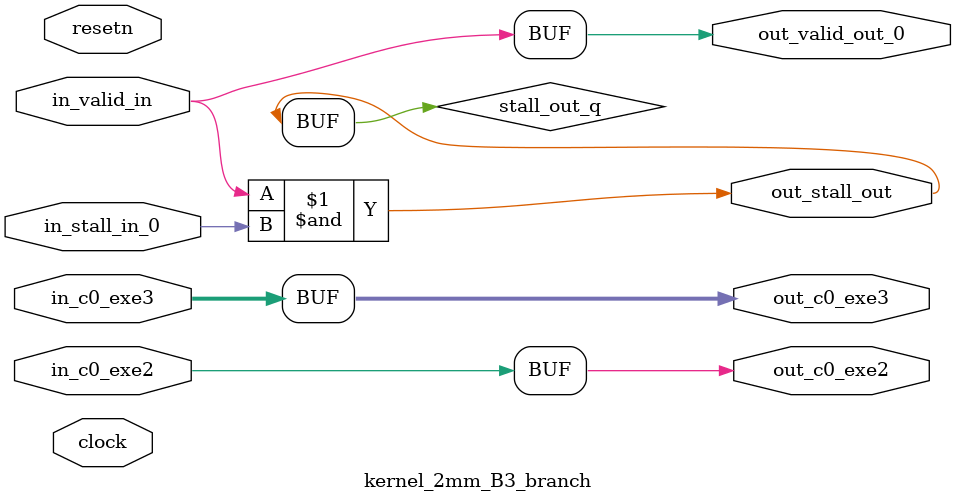
<source format=sv>



(* altera_attribute = "-name AUTO_SHIFT_REGISTER_RECOGNITION OFF; -name MESSAGE_DISABLE 10036; -name MESSAGE_DISABLE 10037; -name MESSAGE_DISABLE 14130; -name MESSAGE_DISABLE 14320; -name MESSAGE_DISABLE 15400; -name MESSAGE_DISABLE 14130; -name MESSAGE_DISABLE 10036; -name MESSAGE_DISABLE 12020; -name MESSAGE_DISABLE 12030; -name MESSAGE_DISABLE 12010; -name MESSAGE_DISABLE 12110; -name MESSAGE_DISABLE 14320; -name MESSAGE_DISABLE 13410; -name MESSAGE_DISABLE 113007; -name MESSAGE_DISABLE 10958" *)
module kernel_2mm_B3_branch (
    input wire [0:0] in_c0_exe2,
    input wire [31:0] in_c0_exe3,
    input wire [0:0] in_stall_in_0,
    input wire [0:0] in_valid_in,
    output wire [0:0] out_c0_exe2,
    output wire [31:0] out_c0_exe3,
    output wire [0:0] out_stall_out,
    output wire [0:0] out_valid_out_0,
    input wire clock,
    input wire resetn
    );

    wire [0:0] stall_out_q;


    // out_c0_exe2(GPOUT,6)
    assign out_c0_exe2 = in_c0_exe2;

    // out_c0_exe3(GPOUT,7)
    assign out_c0_exe3 = in_c0_exe3;

    // stall_out(LOGICAL,10)
    assign stall_out_q = in_valid_in & in_stall_in_0;

    // out_stall_out(GPOUT,8)
    assign out_stall_out = stall_out_q;

    // out_valid_out_0(GPOUT,9)
    assign out_valid_out_0 = in_valid_in;

endmodule

</source>
